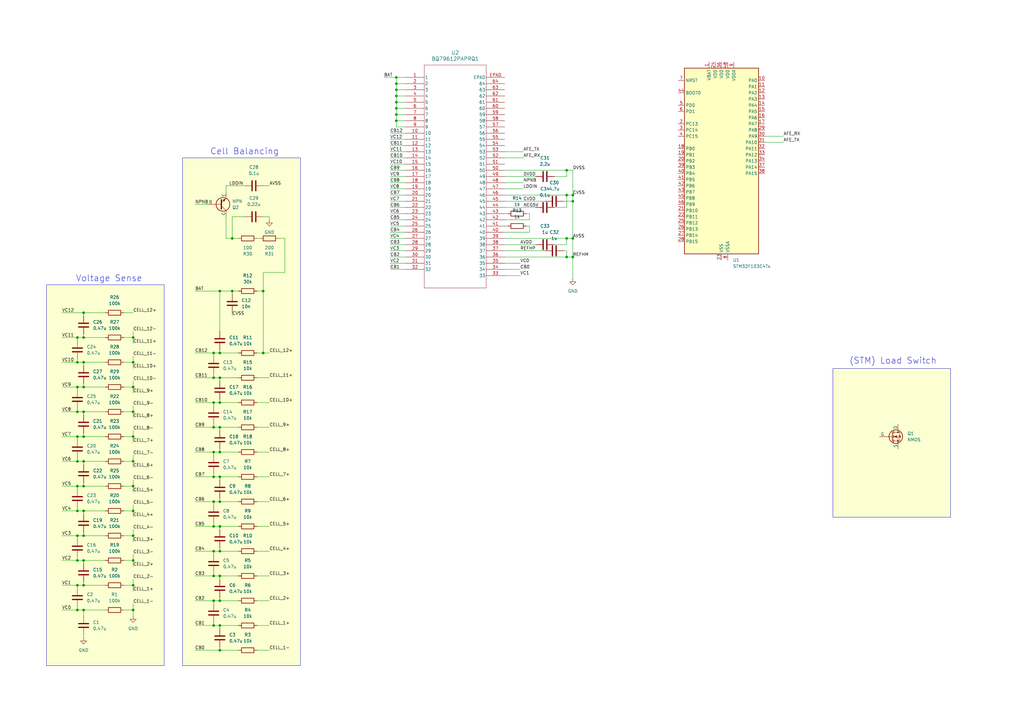
<source format=kicad_sch>
(kicad_sch (version 20250114) (generator "eeschema") (generator_version "9.0")
  (paper "A3")
  (lib_symbols
    (symbol "BQ79612:BQ79612PAPRQ1" (pin_names (offset 0.254))
      (property "Reference" "U" (at 20.32 10.16 0))
      (property "Value" "BQ79612PAPRQ1" (at 20.32 7.62 0))
      (symbol "BQ79612PAPRQ1_0_1"
        (polyline (pts (xy 7.62 5.08) (xy 7.62 -86.36)) (stroke (width 0.127)))
        (polyline (pts (xy 7.62 -86.36) (xy 33.02 -86.36)) (stroke (width 0.127)))
        (polyline (pts (xy 33.02 5.08) (xy 7.62 5.08)) (stroke (width 0.127)))
        (polyline (pts (xy 33.02 -86.36) (xy 33.02 5.08)) (stroke (width 0.127)))
        (pin unspecified line (at 0 0 0) (length 7.62) (name "1") (number "1"))
        (pin unspecified line (at 0 -2.54 0) (length 7.62) (name "2") (number "2"))
        (pin unspecified line (at 0 -5.08 0) (length 7.62) (name "3") (number "3"))
        (pin unspecified line (at 0 -7.62 0) (length 7.62) (name "4") (number "4"))
        (pin unspecified line (at 0 -10.16 0) (length 7.62) (name "5") (number "5"))
        (pin unspecified line (at 0 -12.7 0) (length 7.62) (name "6") (number "6"))
        (pin unspecified line (at 0 -15.24 0) (length 7.62) (name "7") (number "7"))
        (pin unspecified line (at 0 -17.78 0) (length 7.62) (name "8") (number "8"))
        (pin unspecified line (at 0 -20.32 0) (length 7.62) (name "9") (number "9"))
        (pin unspecified line (at 0 -22.86 0) (length 7.62) (name "10") (number "10"))
        (pin unspecified line (at 0 -25.4 0) (length 7.62) (name "11") (number "11"))
        (pin unspecified line (at 0 -27.94 0) (length 7.62) (name "12") (number "12"))
        (pin unspecified line (at 0 -30.48 0) (length 7.62) (name "13") (number "13"))
        (pin unspecified line (at 0 -33.02 0) (length 7.62) (name "14") (number "14"))
        (pin unspecified line (at 0 -35.56 0) (length 7.62) (name "15") (number "15"))
        (pin unspecified line (at 0 -38.1 0) (length 7.62) (name "16") (number "16"))
        (pin unspecified line (at 0 -40.64 0) (length 7.62) (name "17") (number "17"))
        (pin unspecified line (at 0 -43.18 0) (length 7.62) (name "18") (number "18"))
        (pin unspecified line (at 0 -45.72 0) (length 7.62) (name "19") (number "19"))
        (pin unspecified line (at 0 -48.26 0) (length 7.62) (name "20") (number "20"))
        (pin unspecified line (at 0 -50.8 0) (length 7.62) (name "21") (number "21"))
        (pin unspecified line (at 0 -53.34 0) (length 7.62) (name "22") (number "22"))
        (pin unspecified line (at 0 -55.88 0) (length 7.62) (name "23") (number "23"))
        (pin unspecified line (at 0 -58.42 0) (length 7.62) (name "24") (number "24"))
        (pin unspecified line (at 0 -60.96 0) (length 7.62) (name "25") (number "25"))
        (pin unspecified line (at 0 -63.5 0) (length 7.62) (name "26") (number "26"))
        (pin unspecified line (at 0 -66.04 0) (length 7.62) (name "27") (number "27"))
        (pin unspecified line (at 0 -68.58 0) (length 7.62) (name "28") (number "28"))
        (pin unspecified line (at 0 -71.12 0) (length 7.62) (name "29") (number "29"))
        (pin unspecified line (at 0 -73.66 0) (length 7.62) (name "30") (number "30"))
        (pin unspecified line (at 0 -76.2 0) (length 7.62) (name "31") (number "31"))
        (pin unspecified line (at 0 -78.74 0) (length 7.62) (name "32") (number "32"))
        (pin unspecified line (at 40.64 0 180) (length 7.62) (name "EPAD") (number "EPAD"))
        (pin unspecified line (at 40.64 -2.54 180) (length 7.62) (name "64") (number "64"))
        (pin unspecified line (at 40.64 -5.08 180) (length 7.62) (name "63") (number "63"))
        (pin unspecified line (at 40.64 -7.62 180) (length 7.62) (name "62") (number "62"))
        (pin unspecified line (at 40.64 -10.16 180) (length 7.62) (name "61") (number "61"))
        (pin unspecified line (at 40.64 -12.7 180) (length 7.62) (name "60") (number "60"))
        (pin unspecified line (at 40.64 -15.24 180) (length 7.62) (name "59") (number "59"))
        (pin unspecified line (at 40.64 -17.78 180) (length 7.62) (name "58") (number "58"))
        (pin unspecified line (at 40.64 -20.32 180) (length 7.62) (name "57") (number "57"))
        (pin unspecified line (at 40.64 -22.86 180) (length 7.62) (name "56") (number "56"))
        (pin unspecified line (at 40.64 -25.4 180) (length 7.62) (name "55") (number "55"))
        (pin unspecified line (at 40.64 -27.94 180) (length 7.62) (name "54") (number "54"))
        (pin unspecified line (at 40.64 -30.48 180) (length 7.62) (name "53") (number "53"))
        (pin unspecified line (at 40.64 -33.02 180) (length 7.62) (name "52") (number "52"))
        (pin unspecified line (at 40.64 -35.56 180) (length 7.62) (name "51") (number "51"))
        (pin unspecified line (at 40.64 -38.1 180) (length 7.62) (name "50") (number "50"))
        (pin unspecified line (at 40.64 -40.64 180) (length 7.62) (name "49") (number "49"))
        (pin unspecified line (at 40.64 -43.18 180) (length 7.62) (name "48") (number "48"))
        (pin unspecified line (at 40.64 -45.72 180) (length 7.62) (name "47") (number "47"))
        (pin unspecified line (at 40.64 -48.26 180) (length 7.62) (name "46") (number "46"))
        (pin unspecified line (at 40.64 -50.8 180) (length 7.62) (name "45") (number "45"))
        (pin unspecified line (at 40.64 -53.34 180) (length 7.62) (name "44") (number "44"))
        (pin unspecified line (at 40.64 -55.88 180) (length 7.62) (name "43") (number "43"))
        (pin unspecified line (at 40.64 -58.42 180) (length 7.62) (name "42") (number "42"))
        (pin unspecified line (at 40.64 -60.96 180) (length 7.62) (name "41") (number "41"))
        (pin unspecified line (at 40.64 -63.5 180) (length 7.62) (name "40") (number "40"))
        (pin unspecified line (at 40.64 -66.04 180) (length 7.62) (name "39") (number "39"))
        (pin unspecified line (at 40.64 -68.58 180) (length 7.62) (name "38") (number "38"))
        (pin unspecified line (at 40.64 -71.12 180) (length 7.62) (name "37") (number "37"))
        (pin unspecified line (at 40.64 -73.66 180) (length 7.62) (name "36") (number "36"))
        (pin unspecified line (at 40.64 -76.2 180) (length 7.62) (name "35") (number "35"))
        (pin unspecified line (at 40.64 -78.74 180) (length 7.62) (name "34") (number "34"))
        (pin unspecified line (at 40.64 -81.28 180) (length 7.62) (name "33") (number "33"))
      )
    )
    (symbol "Device:C" (pin_numbers (hide yes)) (pin_names (offset 0.254))
      (property "Reference" "C" (at 0.635 2.54 0))
      (property "Value" "C" (at 0.635 -2.54 0))
      (symbol "C_0_1"
        (polyline (pts (xy -2.032 0.762) (xy 2.032 0.762)) (stroke (width 0.508)))
        (polyline (pts (xy -2.032 -0.762) (xy 2.032 -0.762)) (stroke (width 0.508)))
      )
      (symbol "C_1_1"
        (pin passive line (at 0 3.81 270) (length 2.794) (name "~") (number "1"))
        (pin passive line (at 0 -3.81 90) (length 2.794) (name "~") (number "2"))
      )
    )
    (symbol "Device:R" (pin_numbers (hide yes)) (pin_names (offset 0))
      (property "Reference" "R" (at 2.032 0 90))
      (property "Value" "R" (at 0 0 90))
      (symbol "R_0_1"
        (rectangle (start -1.016 -2.54) (end 1.016 2.54) (stroke (width 0.254)))
      )
      (symbol "R_1_1"
        (pin passive line (at 0 3.81 270) (length 1.27) (name "~") (number "1"))
        (pin passive line (at 0 -3.81 90) (length 1.27) (name "~") (number "2"))
      )
    )
    (symbol "MCU_ST_STM32F1:STM32F103C4Tx"
      (property "Reference" "U" (at -15.24 39.37 0))
      (property "Value" "STM32F103C4Tx" (at 7.62 39.37 0))
      (symbol "STM32F103C4Tx_0_1"
        (rectangle (start -15.24 -38.1) (end 15.24 38.1) (stroke (width 0.254)) (fill (type background)))
      )
      (symbol "STM32F103C4Tx_1_1"
        (pin input line (at -17.78 33.02 0) (length 2.54) (name "NRST") (number "7"))
        (pin input line (at -17.78 27.94 0) (length 2.54) (name "BOOT0") (number "44"))
        (pin bidirectional line (at -17.78 22.86 0) (length 2.54) (name "PD0") (number "5"))
        (pin bidirectional line (at -17.78 20.32 0) (length 2.54) (name "PD1") (number "6"))
        (pin bidirectional line (at -17.78 15.24 0) (length 2.54) (name "PC13") (number "2"))
        (pin bidirectional line (at -17.78 12.7 0) (length 2.54) (name "PC14") (number "3"))
        (pin bidirectional line (at -17.78 10.16 0) (length 2.54) (name "PC15") (number "4"))
        (pin bidirectional line (at -17.78 5.08 0) (length 2.54) (name "PB0") (number "18"))
        (pin bidirectional line (at -17.78 2.54 0) (length 2.54) (name "PB1") (number "19"))
        (pin bidirectional line (at -17.78 0 0) (length 2.54) (name "PB2") (number "20"))
        (pin bidirectional line (at -17.78 -2.54 0) (length 2.54) (name "PB3") (number "39"))
        (pin bidirectional line (at -17.78 -5.08 0) (length 2.54) (name "PB4") (number "40"))
        (pin bidirectional line (at -17.78 -7.62 0) (length 2.54) (name "PB5") (number "41"))
        (pin bidirectional line (at -17.78 -10.16 0) (length 2.54) (name "PB6") (number "42"))
        (pin bidirectional line (at -17.78 -12.7 0) (length 2.54) (name "PB7") (number "43"))
        (pin bidirectional line (at -17.78 -15.24 0) (length 2.54) (name "PB8") (number "45"))
        (pin bidirectional line (at -17.78 -17.78 0) (length 2.54) (name "PB9") (number "46"))
        (pin bidirectional line (at -17.78 -20.32 0) (length 2.54) (name "PB10") (number "21"))
        (pin bidirectional line (at -17.78 -22.86 0) (length 2.54) (name "PB11") (number "22"))
        (pin bidirectional line (at -17.78 -25.4 0) (length 2.54) (name "PB12") (number "25"))
        (pin bidirectional line (at -17.78 -27.94 0) (length 2.54) (name "PB13") (number "26"))
        (pin bidirectional line (at -17.78 -30.48 0) (length 2.54) (name "PB14") (number "27"))
        (pin bidirectional line (at -17.78 -33.02 0) (length 2.54) (name "PB15") (number "28"))
        (pin power_in line (at -5.08 40.64 270) (length 2.54) (name "VBAT") (number "1"))
        (pin power_in line (at -2.54 40.64 270) (length 2.54) (name "VDD") (number "24"))
        (pin power_in line (at 0 40.64 270) (length 2.54) (name "VDD") (number "36"))
        (pin power_in line (at 0 -40.64 90) (length 2.54) (name "VSS") (number "23"))
        (pin passive line (at 0 -40.64 90) (length 2.54) (hide yes) (name "VSS") (number "35"))
        (pin passive line (at 0 -40.64 90) (length 2.54) (hide yes) (name "VSS") (number "47"))
        (pin power_in line (at 2.54 40.64 270) (length 2.54) (name "VDD") (number "48"))
        (pin power_in line (at 2.54 -40.64 90) (length 2.54) (name "VSSA") (number "8"))
        (pin power_in line (at 5.08 40.64 270) (length 2.54) (name "VDDA") (number "9"))
        (pin bidirectional line (at 17.78 33.02 180) (length 2.54) (name "PA0") (number "10"))
        (pin bidirectional line (at 17.78 30.48 180) (length 2.54) (name "PA1") (number "11"))
        (pin bidirectional line (at 17.78 27.94 180) (length 2.54) (name "PA2") (number "12"))
        (pin bidirectional line (at 17.78 25.4 180) (length 2.54) (name "PA3") (number "13"))
        (pin bidirectional line (at 17.78 22.86 180) (length 2.54) (name "PA4") (number "14"))
        (pin bidirectional line (at 17.78 20.32 180) (length 2.54) (name "PA5") (number "15"))
        (pin bidirectional line (at 17.78 17.78 180) (length 2.54) (name "PA6") (number "16"))
        (pin bidirectional line (at 17.78 15.24 180) (length 2.54) (name "PA7") (number "17"))
        (pin bidirectional line (at 17.78 12.7 180) (length 2.54) (name "PA8") (number "29"))
        (pin bidirectional line (at 17.78 10.16 180) (length 2.54) (name "PA9") (number "30"))
        (pin bidirectional line (at 17.78 7.62 180) (length 2.54) (name "PA10") (number "31"))
        (pin bidirectional line (at 17.78 5.08 180) (length 2.54) (name "PA11") (number "32"))
        (pin bidirectional line (at 17.78 2.54 180) (length 2.54) (name "PA12") (number "33"))
        (pin bidirectional line (at 17.78 0 180) (length 2.54) (name "PA13") (number "34"))
        (pin bidirectional line (at 17.78 -2.54 180) (length 2.54) (name "PA14") (number "37"))
        (pin bidirectional line (at 17.78 -5.08 180) (length 2.54) (name "PA15") (number "38"))
      )
    )
    (symbol "Simulation_SPICE:NMOS" (pin_numbers (hide yes)) (pin_names (offset 0))
      (property "Reference" "Q" (at 5.08 1.27 0))
      (property "Value" "NMOS" (at 5.08 -1.27 0))
      (symbol "NMOS_0_1"
        (polyline (pts (xy 0.254 1.905) (xy 0.254 -1.905)) (stroke (width 0.254)))
        (polyline (pts (xy 0.254 0) (xy -2.54 0)))
        (polyline (pts (xy 0.762 2.286) (xy 0.762 1.27)) (stroke (width 0.254)))
        (polyline (pts (xy 0.762 0.508) (xy 0.762 -0.508)) (stroke (width 0.254)))
        (polyline (pts (xy 0.762 -1.27) (xy 0.762 -2.286)) (stroke (width 0.254)))
        (polyline (pts (xy 0.762 -1.778) (xy 3.302 -1.778) (xy 3.302 1.778) (xy 0.762 1.778)))
        (polyline (pts (xy 1.016 0) (xy 2.032 0.381) (xy 2.032 -0.381) (xy 1.016 0)) (fill (type outline)))
        (circle (center 1.651 0) (radius 2.794) (stroke (width 0.254)))
        (polyline (pts (xy 2.54 2.54) (xy 2.54 1.778)))
        (circle (center 2.54 1.778) (radius 0.254) (fill (type outline)))
        (circle (center 2.54 -1.778) (radius 0.254) (fill (type outline)))
        (polyline (pts (xy 2.54 -2.54) (xy 2.54 0) (xy 0.762 0)))
        (polyline (pts (xy 2.794 0.508) (xy 2.921 0.381) (xy 3.683 0.381) (xy 3.81 0.254)))
        (polyline (pts (xy 3.302 0.381) (xy 2.921 -0.254) (xy 3.683 -0.254) (xy 3.302 0.381)))
      )
      (symbol "NMOS_1_1"
        (pin input line (at -5.08 0 0) (length 2.54) (name "G") (number "2"))
        (pin passive line (at 2.54 5.08 270) (length 2.54) (name "D") (number "1"))
        (pin passive line (at 2.54 -5.08 90) (length 2.54) (name "S") (number "3"))
      )
    )
    (symbol "Simulation_SPICE:NPN" (pin_numbers (hide yes)) (pin_names (offset 0))
      (property "Reference" "Q" (at -2.54 7.62 0))
      (property "Value" "NPN" (at -2.54 5.08 0))
      (symbol "NPN_0_1"
        (polyline (pts (xy -2.54 0) (xy 0.635 0)) (stroke (width 0.1524)))
        (polyline (pts (xy 0.635 1.905) (xy 0.635 -1.905) (xy 0.635 -1.905)) (stroke (width 0.508)))
        (polyline (pts (xy 0.635 0.635) (xy 2.54 2.54)))
        (polyline (pts (xy 0.635 -0.635) (xy 2.54 -2.54) (xy 2.54 -2.54)))
        (circle (center 1.27 0) (radius 2.8194) (stroke (width 0.254)))
        (polyline (pts (xy 1.27 -1.778) (xy 1.778 -1.27) (xy 2.286 -2.286) (xy 1.27 -1.778) (xy 1.27 -1.778)) (fill (type outline)))
        (polyline (pts (xy 2.794 -1.27) (xy 2.794 -1.27)) (stroke (width 0.1524)))
        (polyline (pts (xy 2.794 -1.27) (xy 2.794 -1.27)) (stroke (width 0.1524)))
      )
      (symbol "NPN_1_1"
        (pin input line (at -5.08 0 0) (length 2.54) (name "B") (number "2"))
        (pin open_collector line (at 2.54 5.08 270) (length 2.54) (name "C") (number "1"))
        (pin open_emitter line (at 2.54 -5.08 90) (length 2.54) (name "E") (number "3"))
      )
    )
    (symbol "power:GND" (power) (pin_numbers (hide yes)) (pin_names (offset 0) (hide yes))
      (property "Value" "GND" (at 0 -3.81 0))
      (symbol "GND_0_1"
        (polyline (pts (xy 0 0) (xy 0 -1.27) (xy 1.27 -1.27) (xy 0 -2.54) (xy -1.27 -1.27) (xy 0 -1.27)))
      )
      (symbol "GND_1_1"
        (pin power_in line (at 0 0 270) (length 0) (name "~") (number "1"))
      )
    )
  )
  (rectangle (start 341.63 151.13) (end 389.89 212.09) (fill (type color) (color 252 255 209 1)))
  (rectangle (start 74.93 64.77) (end 123.19 273.05) (fill (type color) (color 252 255 209 1)))
  (rectangle (start 43.18 111.76) (end 43.18 111.76) (fill (type color) (color 255 249 164 1)))
  (rectangle (start 19.05 116.84) (end 67.31 273.05) (fill (type color) (color 252 255 209 1)))
  (text "Voltage Sense\n" (at 44.704 114.3 0) (effects (font (size 2.54 2.54))))
  (text "(STM) Load Switch" (at 366.268 148.082 0) (effects (font (size 2.54 2.54))))
  (text "Cell Balancing" (at 100.33 62.23 0) (effects (font (size 2.54 2.54))))
  (junction (at 34.29 240.03))
  (junction (at 232.41 97.79))
  (junction (at 90.17 226.06))
  (junction (at 87.63 165.1))
  (junction (at 87.63 175.26))
  (junction (at 34.29 179.07))
  (junction (at 31.75 179.07))
  (junction (at 34.29 128.27))
  (junction (at 232.41 69.85))
  (junction (at 54.61 219.71))
  (junction (at 34.29 219.71))
  (junction (at 54.61 209.55))
  (junction (at 31.75 189.23))
  (junction (at 90.17 246.38))
  (junction (at 234.95 105.41))
  (junction (at 107.95 119.38))
  (junction (at 34.29 209.55))
  (junction (at 90.17 236.22))
  (junction (at 90.17 256.54))
  (junction (at 54.61 148.59))
  (junction (at 31.75 209.55))
  (junction (at 90.17 144.78))
  (junction (at 234.95 97.79))
  (junction (at 232.41 105.41))
  (junction (at 162.56 46.99))
  (junction (at 90.17 175.26))
  (junction (at 31.75 199.39))
  (junction (at 31.75 148.59))
  (junction (at 31.75 250.19))
  (junction (at 54.61 158.75))
  (junction (at 31.75 219.71))
  (junction (at 90.17 195.58))
  (junction (at 90.17 266.7))
  (junction (at 31.75 158.75))
  (junction (at 234.95 82.55))
  (junction (at 54.61 240.03))
  (junction (at 54.61 199.39))
  (junction (at 95.25 97.79))
  (junction (at 34.29 229.87))
  (junction (at 34.29 138.43))
  (junction (at 87.63 205.74))
  (junction (at 87.63 236.22))
  (junction (at 31.75 138.43))
  (junction (at 87.63 185.42))
  (junction (at 162.56 36.83))
  (junction (at 54.61 229.87))
  (junction (at 87.63 256.54))
  (junction (at 162.56 49.53))
  (junction (at 162.56 44.45))
  (junction (at 107.95 144.78))
  (junction (at 234.95 80.01))
  (junction (at 34.29 168.91))
  (junction (at 54.61 250.19))
  (junction (at 34.29 189.23))
  (junction (at 31.75 240.03))
  (junction (at 162.56 34.29))
  (junction (at 54.61 189.23))
  (junction (at 54.61 168.91))
  (junction (at 34.29 148.59))
  (junction (at 90.17 154.94))
  (junction (at 34.29 158.75))
  (junction (at 31.75 229.87))
  (junction (at 90.17 215.9))
  (junction (at 232.41 80.01))
  (junction (at 95.25 119.38))
  (junction (at 87.63 246.38))
  (junction (at 162.56 39.37))
  (junction (at 90.17 119.38))
  (junction (at 34.29 250.19))
  (junction (at 31.75 168.91))
  (junction (at 54.61 138.43))
  (junction (at 90.17 185.42))
  (junction (at 90.17 165.1))
  (junction (at 87.63 215.9))
  (junction (at 162.56 41.91))
  (junction (at 162.56 31.75))
  (junction (at 34.29 199.39))
  (junction (at 87.63 144.78))
  (junction (at 54.61 179.07))
  (junction (at 87.63 154.94))
  (junction (at 87.63 195.58))
  (junction (at 90.17 205.74))
  (junction (at 87.63 226.06))
  (wire (pts (xy 107.95 144.78) (xy 107.95 119.38)))
  (wire (pts (xy 87.63 165.1) (xy 87.63 166.37)))
  (wire (pts (xy 162.56 34.29) (xy 166.37 34.29)))
  (wire (pts (xy 90.17 256.54) (xy 90.17 257.81)))
  (wire (pts (xy 166.37 52.07) (xy 162.56 52.07)))
  (wire (pts (xy 25.4 209.55) (xy 31.75 209.55)))
  (wire (pts (xy 80.01 246.38) (xy 87.63 246.38)))
  (wire (pts (xy 31.75 138.43) (xy 34.29 138.43)))
  (wire (pts (xy 157.48 31.75) (xy 162.56 31.75)))
  (wire (pts (xy 25.4 229.87) (xy 31.75 229.87)))
  (wire (pts (xy 162.56 36.83) (xy 162.56 39.37)))
  (wire (pts (xy 90.17 236.22) (xy 97.79 236.22)))
  (wire (pts (xy 34.29 148.59) (xy 43.18 148.59)))
  (wire (pts (xy 50.8 250.19) (xy 54.61 250.19)))
  (wire (pts (xy 80.01 165.1) (xy 87.63 165.1)))
  (wire (pts (xy 25.4 189.23) (xy 31.75 189.23)))
  (wire (pts (xy 31.75 147.32) (xy 31.75 148.59)))
  (wire (pts (xy 50.8 199.39) (xy 54.61 199.39)))
  (wire (pts (xy 162.56 39.37) (xy 166.37 39.37)))
  (wire (pts (xy 232.41 100.33) (xy 232.41 97.79)))
  (wire (pts (xy 207.01 64.77) (xy 214.63 64.77)))
  (wire (pts (xy 234.95 80.01) (xy 234.95 82.55)))
  (wire (pts (xy 31.75 219.71) (xy 31.75 220.98)))
  (wire (pts (xy 54.61 156.21) (xy 54.61 158.75)))
  (wire (pts (xy 207.01 77.47) (xy 214.63 77.47)))
  (wire (pts (xy 31.75 168.91) (xy 34.29 168.91)))
  (wire (pts (xy 34.29 158.75) (xy 43.18 158.75)))
  (wire (pts (xy 105.41 154.94) (xy 110.49 154.94)))
  (wire (pts (xy 95.25 97.79) (xy 97.79 97.79)))
  (wire (pts (xy 232.41 80.01) (xy 232.41 85.09)))
  (wire (pts (xy 34.29 137.16) (xy 34.29 138.43)))
  (wire (pts (xy 34.29 189.23) (xy 34.29 190.5)))
  (wire (pts (xy 160.02 54.61) (xy 166.37 54.61)))
  (wire (pts (xy 105.41 226.06) (xy 110.49 226.06)))
  (wire (pts (xy 34.29 148.59) (xy 34.29 149.86)))
  (wire (pts (xy 25.4 240.03) (xy 31.75 240.03)))
  (wire (pts (xy 160.02 72.39) (xy 166.37 72.39)))
  (wire (pts (xy 116.84 111.76) (xy 107.95 111.76)))
  (wire (pts (xy 31.75 209.55) (xy 34.29 209.55)))
  (wire (pts (xy 34.29 229.87) (xy 43.18 229.87)))
  (wire (pts (xy 90.17 224.79) (xy 90.17 226.06)))
  (wire (pts (xy 31.75 228.6) (xy 31.75 229.87)))
  (wire (pts (xy 160.02 97.79) (xy 166.37 97.79)))
  (wire (pts (xy 90.17 143.51) (xy 90.17 144.78)))
  (wire (pts (xy 54.61 158.75) (xy 54.61 161.29)))
  (wire (pts (xy 232.41 80.01) (xy 234.95 80.01)))
  (wire (pts (xy 215.9 92.71) (xy 217.17 92.71)))
  (wire (pts (xy 31.75 179.07) (xy 34.29 179.07)))
  (wire (pts (xy 31.75 138.43) (xy 31.75 139.7)))
  (wire (pts (xy 31.75 199.39) (xy 31.75 200.66)))
  (wire (pts (xy 87.63 153.67) (xy 87.63 154.94)))
  (wire (pts (xy 107.95 88.9) (xy 110.49 88.9)))
  (wire (pts (xy 54.61 199.39) (xy 54.61 201.93)))
  (wire (pts (xy 31.75 148.59) (xy 34.29 148.59)))
  (wire (pts (xy 160.02 69.85) (xy 166.37 69.85)))
  (wire (pts (xy 90.17 154.94) (xy 90.17 156.21)))
  (wire (pts (xy 90.17 226.06) (xy 97.79 226.06)))
  (wire (pts (xy 160.02 67.31) (xy 166.37 67.31)))
  (wire (pts (xy 80.01 215.9) (xy 87.63 215.9)))
  (wire (pts (xy 162.56 49.53) (xy 166.37 49.53)))
  (wire (pts (xy 207.01 92.71) (xy 208.28 92.71)))
  (wire (pts (xy 87.63 144.78) (xy 90.17 144.78)))
  (wire (pts (xy 207.01 105.41) (xy 232.41 105.41)))
  (wire (pts (xy 90.17 144.78) (xy 97.79 144.78)))
  (wire (pts (xy 95.25 128.27) (xy 95.25 129.54)))
  (wire (pts (xy 25.4 148.59) (xy 31.75 148.59)))
  (wire (pts (xy 80.01 226.06) (xy 87.63 226.06)))
  (wire (pts (xy 54.61 179.07) (xy 54.61 181.61)))
  (wire (pts (xy 90.17 119.38) (xy 95.25 119.38)))
  (wire (pts (xy 160.02 64.77) (xy 166.37 64.77)))
  (wire (pts (xy 162.56 36.83) (xy 166.37 36.83)))
  (wire (pts (xy 160.02 57.15) (xy 166.37 57.15)))
  (wire (pts (xy 105.41 185.42) (xy 110.49 185.42)))
  (wire (pts (xy 34.29 218.44) (xy 34.29 219.71)))
  (wire (pts (xy 95.25 88.9) (xy 100.33 88.9)))
  (wire (pts (xy 54.61 219.71) (xy 54.61 222.25)))
  (wire (pts (xy 92.71 76.2) (xy 100.33 76.2)))
  (wire (pts (xy 87.63 154.94) (xy 90.17 154.94)))
  (wire (pts (xy 160.02 85.09) (xy 166.37 85.09)))
  (wire (pts (xy 54.61 227.33) (xy 54.61 229.87)))
  (wire (pts (xy 227.33 100.33) (xy 232.41 100.33)))
  (wire (pts (xy 90.17 256.54) (xy 97.79 256.54)))
  (wire (pts (xy 80.01 195.58) (xy 87.63 195.58)))
  (wire (pts (xy 54.61 146.05) (xy 54.61 148.59)))
  (wire (pts (xy 87.63 246.38) (xy 90.17 246.38)))
  (wire (pts (xy 25.4 158.75) (xy 31.75 158.75)))
  (wire (pts (xy 90.17 163.83) (xy 90.17 165.1)))
  (wire (pts (xy 34.29 260.35) (xy 34.29 261.62)))
  (wire (pts (xy 34.29 138.43) (xy 43.18 138.43)))
  (wire (pts (xy 90.17 175.26) (xy 97.79 175.26)))
  (wire (pts (xy 105.41 256.54) (xy 110.49 256.54)))
  (wire (pts (xy 80.01 175.26) (xy 87.63 175.26)))
  (wire (pts (xy 54.61 207.01) (xy 54.61 209.55)))
  (wire (pts (xy 54.61 250.19) (xy 54.61 252.73)))
  (wire (pts (xy 162.56 31.75) (xy 162.56 34.29)))
  (wire (pts (xy 31.75 248.92) (xy 31.75 250.19)))
  (wire (pts (xy 34.29 168.91) (xy 43.18 168.91)))
  (wire (pts (xy 90.17 119.38) (xy 90.17 135.89)))
  (wire (pts (xy 95.25 97.79) (xy 95.25 88.9)))
  (wire (pts (xy 50.8 148.59) (xy 54.61 148.59)))
  (wire (pts (xy 80.01 236.22) (xy 87.63 236.22)))
  (wire (pts (xy 54.61 209.55) (xy 54.61 212.09)))
  (wire (pts (xy 105.41 236.22) (xy 110.49 236.22)))
  (wire (pts (xy 105.41 97.79) (xy 106.68 97.79)))
  (wire (pts (xy 207.01 107.95) (xy 213.36 107.95)))
  (wire (pts (xy 232.41 102.87) (xy 232.41 105.41)))
  (wire (pts (xy 50.8 219.71) (xy 54.61 219.71)))
  (wire (pts (xy 105.41 175.26) (xy 110.49 175.26)))
  (wire (pts (xy 232.41 105.41) (xy 234.95 105.41)))
  (wire (pts (xy 80.01 266.7) (xy 90.17 266.7)))
  (wire (pts (xy 90.17 175.26) (xy 90.17 176.53)))
  (wire (pts (xy 207.01 100.33) (xy 219.71 100.33)))
  (wire (pts (xy 160.02 90.17) (xy 166.37 90.17)))
  (wire (pts (xy 34.29 198.12) (xy 34.29 199.39)))
  (wire (pts (xy 217.17 90.17) (xy 217.17 87.63)))
  (wire (pts (xy 34.29 209.55) (xy 43.18 209.55)))
  (wire (pts (xy 90.17 246.38) (xy 97.79 246.38)))
  (wire (pts (xy 92.71 97.79) (xy 95.25 97.79)))
  (wire (pts (xy 116.84 97.79) (xy 116.84 111.76)))
  (wire (pts (xy 31.75 189.23) (xy 34.29 189.23)))
  (wire (pts (xy 90.17 185.42) (xy 97.79 185.42)))
  (wire (pts (xy 54.61 217.17) (xy 54.61 219.71)))
  (wire (pts (xy 95.25 119.38) (xy 97.79 119.38)))
  (wire (pts (xy 90.17 215.9) (xy 90.17 217.17)))
  (wire (pts (xy 87.63 173.99) (xy 87.63 175.26)))
  (wire (pts (xy 160.02 77.47) (xy 166.37 77.47)))
  (wire (pts (xy 31.75 229.87) (xy 34.29 229.87)))
  (wire (pts (xy 31.75 158.75) (xy 34.29 158.75)))
  (wire (pts (xy 50.8 240.03) (xy 54.61 240.03)))
  (wire (pts (xy 31.75 240.03) (xy 34.29 240.03)))
  (wire (pts (xy 160.02 105.41) (xy 166.37 105.41)))
  (wire (pts (xy 54.61 247.65) (xy 54.61 250.19)))
  (wire (pts (xy 34.29 250.19) (xy 34.29 252.73)))
  (wire (pts (xy 90.17 204.47) (xy 90.17 205.74)))
  (wire (pts (xy 50.8 229.87) (xy 54.61 229.87)))
  (wire (pts (xy 207.01 102.87) (xy 223.52 102.87)))
  (wire (pts (xy 54.61 138.43) (xy 54.61 140.97)))
  (wire (pts (xy 87.63 144.78) (xy 87.63 146.05)))
  (wire (pts (xy 90.17 205.74) (xy 97.79 205.74)))
  (wire (pts (xy 160.02 100.33) (xy 166.37 100.33)))
  (wire (pts (xy 207.01 87.63) (xy 208.28 87.63)))
  (wire (pts (xy 162.56 44.45) (xy 166.37 44.45)))
  (wire (pts (xy 162.56 49.53) (xy 162.56 52.07)))
  (wire (pts (xy 87.63 185.42) (xy 90.17 185.42)))
  (wire (pts (xy 107.95 144.78) (xy 110.49 144.78)))
  (wire (pts (xy 90.17 165.1) (xy 97.79 165.1)))
  (wire (pts (xy 105.41 215.9) (xy 110.49 215.9)))
  (wire (pts (xy 50.8 179.07) (xy 54.61 179.07)))
  (wire (pts (xy 80.01 256.54) (xy 87.63 256.54)))
  (wire (pts (xy 50.8 189.23) (xy 54.61 189.23)))
  (wire (pts (xy 162.56 34.29) (xy 162.56 36.83)))
  (wire (pts (xy 31.75 179.07) (xy 31.75 180.34)))
  (wire (pts (xy 92.71 88.9) (xy 92.71 97.79)))
  (wire (pts (xy 80.01 119.38) (xy 90.17 119.38)))
  (wire (pts (xy 25.4 219.71) (xy 31.75 219.71)))
  (wire (pts (xy 80.01 185.42) (xy 87.63 185.42)))
  (wire (pts (xy 34.29 128.27) (xy 34.29 129.54)))
  (wire (pts (xy 34.29 179.07) (xy 43.18 179.07)))
  (wire (pts (xy 234.95 82.55) (xy 234.95 97.79)))
  (wire (pts (xy 160.02 74.93) (xy 166.37 74.93)))
  (wire (pts (xy 105.41 119.38) (xy 107.95 119.38)))
  (wire (pts (xy 54.61 237.49) (xy 54.61 240.03)))
  (wire (pts (xy 54.61 166.37) (xy 54.61 168.91)))
  (wire (pts (xy 162.56 46.99) (xy 166.37 46.99)))
  (wire (pts (xy 34.29 157.48) (xy 34.29 158.75)))
  (wire (pts (xy 207.01 110.49) (xy 213.36 110.49)))
  (wire (pts (xy 313.69 58.42) (xy 321.31 58.42)))
  (wire (pts (xy 50.8 138.43) (xy 54.61 138.43)))
  (wire (pts (xy 54.61 240.03) (xy 54.61 242.57)))
  (wire (pts (xy 90.17 215.9) (xy 97.79 215.9)))
  (wire (pts (xy 160.02 80.01) (xy 166.37 80.01)))
  (wire (pts (xy 34.29 209.55) (xy 34.29 210.82)))
  (wire (pts (xy 207.01 80.01) (xy 232.41 80.01)))
  (wire (pts (xy 54.61 186.69) (xy 54.61 189.23)))
  (wire (pts (xy 31.75 250.19) (xy 34.29 250.19)))
  (wire (pts (xy 105.41 144.78) (xy 107.95 144.78)))
  (wire (pts (xy 34.29 199.39) (xy 43.18 199.39)))
  (wire (pts (xy 87.63 226.06) (xy 87.63 227.33)))
  (wire (pts (xy 50.8 209.55) (xy 54.61 209.55)))
  (wire (pts (xy 313.69 55.88) (xy 321.31 55.88)))
  (wire (pts (xy 105.41 165.1) (xy 110.49 165.1)))
  (wire (pts (xy 217.17 95.25) (xy 217.17 92.71)))
  (wire (pts (xy 207.01 97.79) (xy 232.41 97.79)))
  (wire (pts (xy 87.63 175.26) (xy 90.17 175.26)))
  (wire (pts (xy 87.63 226.06) (xy 90.17 226.06)))
  (wire (pts (xy 80.01 144.78) (xy 87.63 144.78)))
  (wire (pts (xy 31.75 219.71) (xy 34.29 219.71)))
  (wire (pts (xy 160.02 95.25) (xy 166.37 95.25)))
  (wire (pts (xy 87.63 255.27) (xy 87.63 256.54)))
  (wire (pts (xy 160.02 110.49) (xy 166.37 110.49)))
  (wire (pts (xy 34.29 128.27) (xy 43.18 128.27)))
  (wire (pts (xy 87.63 205.74) (xy 90.17 205.74)))
  (wire (pts (xy 80.01 205.74) (xy 87.63 205.74)))
  (wire (pts (xy 90.17 195.58) (xy 97.79 195.58)))
  (wire (pts (xy 34.29 240.03) (xy 43.18 240.03)))
  (wire (pts (xy 87.63 185.42) (xy 87.63 186.69)))
  (wire (pts (xy 54.61 229.87) (xy 54.61 232.41)))
  (wire (pts (xy 232.41 72.39) (xy 232.41 69.85)))
  (wire (pts (xy 207.01 82.55) (xy 223.52 82.55)))
  (wire (pts (xy 25.4 128.27) (xy 34.29 128.27)))
  (wire (pts (xy 114.3 97.79) (xy 116.84 97.79)))
  (wire (pts (xy 50.8 158.75) (xy 54.61 158.75)))
  (wire (pts (xy 160.02 59.69) (xy 166.37 59.69)))
  (wire (pts (xy 34.29 219.71) (xy 43.18 219.71)))
  (wire (pts (xy 31.75 167.64) (xy 31.75 168.91)))
  (wire (pts (xy 34.29 238.76) (xy 34.29 240.03)))
  (wire (pts (xy 87.63 234.95) (xy 87.63 236.22)))
  (wire (pts (xy 50.8 168.91) (xy 54.61 168.91)))
  (wire (pts (xy 107.95 76.2) (xy 110.49 76.2)))
  (wire (pts (xy 34.29 189.23) (xy 43.18 189.23)))
  (wire (pts (xy 31.75 199.39) (xy 34.29 199.39)))
  (wire (pts (xy 54.61 148.59) (xy 54.61 151.13)))
  (wire (pts (xy 90.17 245.11) (xy 90.17 246.38)))
  (wire (pts (xy 25.4 179.07) (xy 31.75 179.07)))
  (wire (pts (xy 234.95 97.79) (xy 234.95 105.41)))
  (wire (pts (xy 34.29 229.87) (xy 34.29 231.14)))
  (wire (pts (xy 54.61 196.85) (xy 54.61 199.39)))
  (wire (pts (xy 160.02 62.23) (xy 166.37 62.23)))
  (wire (pts (xy 31.75 158.75) (xy 31.75 160.02)))
  (wire (pts (xy 162.56 46.99) (xy 162.56 49.53)))
  (wire (pts (xy 92.71 78.74) (xy 92.71 76.2)))
  (wire (pts (xy 50.8 128.27) (xy 54.61 128.27)))
  (wire (pts (xy 234.95 69.85) (xy 234.95 80.01)))
  (wire (pts (xy 160.02 87.63) (xy 166.37 87.63)))
  (wire (pts (xy 160.02 107.95) (xy 166.37 107.95)))
  (wire (pts (xy 54.61 189.23) (xy 54.61 191.77)))
  (wire (pts (xy 162.56 39.37) (xy 162.56 41.91)))
  (wire (pts (xy 227.33 85.09) (xy 232.41 85.09)))
  (wire (pts (xy 80.01 83.82) (xy 85.09 83.82)))
  (wire (pts (xy 90.17 236.22) (xy 90.17 237.49)))
  (wire (pts (xy 87.63 194.31) (xy 87.63 195.58)))
  (wire (pts (xy 232.41 97.79) (xy 234.95 97.79)))
  (wire (pts (xy 162.56 41.91) (xy 162.56 44.45)))
  (wire (pts (xy 90.17 195.58) (xy 90.17 196.85)))
  (wire (pts (xy 90.17 154.94) (xy 97.79 154.94)))
  (wire (pts (xy 34.29 250.19) (xy 43.18 250.19)))
  (wire (pts (xy 31.75 187.96) (xy 31.75 189.23)))
  (wire (pts (xy 231.14 82.55) (xy 234.95 82.55)))
  (wire (pts (xy 34.29 177.8) (xy 34.29 179.07)))
  (wire (pts (xy 105.41 266.7) (xy 110.49 266.7)))
  (wire (pts (xy 31.75 208.28) (xy 31.75 209.55)))
  (wire (pts (xy 231.14 102.87) (xy 232.41 102.87)))
  (wire (pts (xy 87.63 195.58) (xy 90.17 195.58)))
  (wire (pts (xy 87.63 246.38) (xy 87.63 247.65)))
  (wire (pts (xy 87.63 256.54) (xy 90.17 256.54)))
  (wire (pts (xy 25.4 199.39) (xy 31.75 199.39)))
  (wire (pts (xy 54.61 168.91) (xy 54.61 171.45)))
  (wire (pts (xy 25.4 138.43) (xy 31.75 138.43)))
  (wire (pts (xy 207.01 69.85) (xy 232.41 69.85)))
  (wire (pts (xy 105.41 205.74) (xy 110.49 205.74)))
  (wire (pts (xy 227.33 72.39) (xy 232.41 72.39)))
  (wire (pts (xy 25.4 250.19) (xy 31.75 250.19)))
  (wire (pts (xy 207.01 90.17) (xy 217.17 90.17)))
  (wire (pts (xy 207.01 62.23) (xy 214.63 62.23)))
  (wire (pts (xy 87.63 236.22) (xy 90.17 236.22)))
  (wire (pts (xy 234.95 105.41) (xy 234.95 114.3)))
  (wire (pts (xy 207.01 72.39) (xy 219.71 72.39)))
  (wire (pts (xy 87.63 215.9) (xy 90.17 215.9)))
  (wire (pts (xy 25.4 168.91) (xy 31.75 168.91)))
  (wire (pts (xy 162.56 31.75) (xy 166.37 31.75)))
  (wire (pts (xy 87.63 214.63) (xy 87.63 215.9)))
  (wire (pts (xy 34.29 168.91) (xy 34.29 170.18)))
  (wire (pts (xy 207.01 74.93) (xy 214.63 74.93)))
  (wire (pts (xy 90.17 184.15) (xy 90.17 185.42)))
  (wire (pts (xy 54.61 176.53) (xy 54.61 179.07)))
  (wire (pts (xy 162.56 44.45) (xy 162.56 46.99)))
  (wire (pts (xy 160.02 92.71) (xy 166.37 92.71)))
  (wire (pts (xy 162.56 41.91) (xy 166.37 41.91)))
  (wire (pts (xy 215.9 87.63) (xy 217.17 87.63)))
  (wire (pts (xy 105.41 246.38) (xy 110.49 246.38)))
  (wire (pts (xy 107.95 111.76) (xy 107.95 119.38)))
  (wire (pts (xy 54.61 135.89) (xy 54.61 138.43)))
  (wire (pts (xy 90.17 265.43) (xy 90.17 266.7)))
  (wire (pts (xy 90.17 266.7) (xy 97.79 266.7)))
  (wire (pts (xy 207.01 85.09) (xy 219.71 85.09)))
  (wire (pts (xy 160.02 82.55) (xy 166.37 82.55)))
  (wire (pts (xy 80.01 154.94) (xy 87.63 154.94)))
  (wire (pts (xy 232.41 69.85) (xy 234.95 69.85)))
  (wire (pts (xy 207.01 95.25) (xy 217.17 95.25)))
  (wire (pts (xy 87.63 205.74) (xy 87.63 207.01)))
  (wire (pts (xy 31.75 240.03) (xy 31.75 241.3)))
  (wire (pts (xy 110.49 88.9) (xy 110.49 90.17)))
  (wire (pts (xy 105.41 195.58) (xy 110.49 195.58)))
  (wire (pts (xy 87.63 165.1) (xy 90.17 165.1)))
  (wire (pts (xy 95.25 119.38) (xy 95.25 120.65)))
  (wire (pts (xy 207.01 113.03) (xy 213.36 113.03)))
  (wire (pts (xy 160.02 102.87) (xy 166.37 102.87)))
  (label "VC12" (at 160.02 57.15 0))
  (label "CELL_4+" (at 110.49 226.06 0))
  (label "CB9" (at 80.01 175.26 0))
  (label "VC4" (at 25.4 209.55 0))
  (label "CB12" (at 80.01 144.78 0))
  (label "CB7" (at 160.02 80.01 0))
  (label "CELL_9+" (at 54.61 161.29 0))
  (label "VC1" (at 213.36 113.03 0))
  (label "CELL_2+" (at 110.49 246.38 0))
  (label "CB0" (at 80.01 266.7 0))
  (label "CB1" (at 160.02 110.49 0))
  (label "VC1" (at 25.4 240.03 0))
  (label "NPNB" (at 80.01 83.82 0))
  (label "CB2" (at 160.02 105.41 0))
  (label "CELL_8+" (at 110.49 185.42 0))
  (label "VC4" (at 160.02 97.79 0))
  (label "CVSS" (at 234.95 80.01 0))
  (label "CB11" (at 80.01 154.94 0))
  (label "VC5" (at 160.02 92.71 0))
  (label "VC12" (at 25.4 128.27 0))
  (label "CELL_6-" (at 54.61 196.85 0))
  (label "REFHM" (at 234.95 105.41 0))
  (label "AVDD" (at 213.36 100.33 0))
  (label "VC11" (at 160.02 62.23 0))
  (label "CELL_12+" (at 110.49 144.78 0))
  (label "BAT" (at 157.48 31.75 0))
  (label "CELL_1+" (at 54.61 242.57 0))
  (label "CELL_4-" (at 54.61 217.17 0))
  (label "VC6" (at 25.4 189.23 0))
  (label "CB1" (at 80.01 256.54 0))
  (label "CELL_12+" (at 54.61 128.27 0))
  (label "AFE_RX" (at 214.63 64.77 0))
  (label "LDOIN" (at 93.98 76.2 0))
  (label "CB11" (at 160.02 59.69 0))
  (label "VC9" (at 160.02 72.39 0))
  (label "CB10" (at 160.02 64.77 0))
  (label "VC0" (at 25.4 250.19 0))
  (label "CELL_9+" (at 110.49 175.26 0))
  (label "CELL_10-" (at 54.61 156.21 0))
  (label "CVSS" (at 95.25 129.54 0))
  (label "CELL_2+" (at 54.61 232.41 0))
  (label "CB7" (at 80.01 195.58 0))
  (label "VC2" (at 25.4 229.87 0))
  (label "CB3" (at 160.02 100.33 0))
  (label "CB3" (at 80.01 236.22 0))
  (label "NEG5V" (at 214.63 85.09 0))
  (label "NPNB" (at 214.63 74.93 0))
  (label "CB12" (at 160.02 54.61 0))
  (label "CELL_5+" (at 110.49 215.9 0))
  (label "AFE_RX" (at 321.31 55.88 0))
  (label "CELL_7+" (at 54.61 181.61 0))
  (label "CELL_11+" (at 54.61 140.97 0))
  (label "CB4" (at 80.01 226.06 0))
  (label "VC5" (at 25.4 199.39 0))
  (label "DVSS" (at 234.95 69.85 0))
  (label "CB6" (at 160.02 85.09 0))
  (label "CELL_7+" (at 110.49 195.58 0))
  (label "CELL_5+" (at 54.61 201.93 0))
  (label "REFHP" (at 213.36 102.87 0))
  (label "CB6" (at 80.01 205.74 0))
  (label "VC3" (at 25.4 219.71 0))
  (label "CELL_1+" (at 110.49 256.54 0))
  (label "BAT" (at 80.01 119.38 0))
  (label "CELL_2-" (at 54.61 237.49 0))
  (label "AFE_TX" (at 321.31 58.42 0))
  (label "CELL_11+" (at 110.49 154.94 0))
  (label "CELL_3-" (at 54.61 227.33 0))
  (label "CELL_7-" (at 54.61 186.69 0))
  (label "VC0" (at 213.36 107.95 0))
  (label "AFE_TX" (at 214.63 62.23 0))
  (label "CELL_6+" (at 54.61 191.77 0))
  (label "CB9" (at 160.02 69.85 0))
  (label "AVSS" (at 234.95 97.79 0))
  (label "AVSS" (at 110.49 76.2 0))
  (label "CVDD" (at 214.63 82.55 0))
  (label "CB2" (at 80.01 246.38 0))
  (label "VC7" (at 160.02 82.55 0))
  (label "VC7" (at 25.4 179.07 0))
  (label "VC8" (at 25.4 168.91 0))
  (label "CB8" (at 80.01 185.42 0))
  (label "CELL_1-" (at 54.61 247.65 0))
  (label "CELL_10+" (at 110.49 165.1 0))
  (label "CB5" (at 80.01 215.9 0))
  (label "CELL_1-" (at 110.49 266.7 0))
  (label "VC3" (at 160.02 102.87 0))
  (label "CELL_5-" (at 54.61 207.01 0))
  (label "CELL_6+" (at 110.49 205.74 0))
  (label "VC9" (at 25.4 158.75 0))
  (label "CELL_3+" (at 54.61 222.25 0))
  (label "CB10" (at 80.01 165.1 0))
  (label "VC8" (at 160.02 77.47 0))
  (label "CELL_8+" (at 54.61 171.45 0))
  (label "CELL_11-" (at 54.61 146.05 0))
  (label "CELL_12-" (at 54.61 135.89 0))
  (label "VC10" (at 160.02 67.31 0))
  (label "CELL_4+" (at 54.61 212.09 0))
  (label "CB0" (at 213.36 110.49 0))
  (label "CELL_9-" (at 54.61 166.37 0))
  (label "CELL_8-" (at 54.61 176.53 0))
  (label "VC10" (at 25.4 148.59 0))
  (label "CB8" (at 160.02 74.93 0))
  (label "VC2" (at 160.02 107.95 0))
  (label "VC11" (at 25.4 138.43 0))
  (label "DVDD" (at 214.63 72.39 0))
  (label "LDOIN" (at 214.63 77.47 0))
  (label "VC6" (at 160.02 87.63 0))
  (label "CB5" (at 160.02 90.17 0))
  (label "CELL_10+" (at 54.61 151.13 0))
  (label "CELL_3+" (at 110.49 236.22 0))
  (label "CB4" (at 160.02 95.25 0))
  (symbol (lib_id "Device:R") (at 101.6 97.79 90) (mirror x) (unit 1)
    (property "Reference" "R30" (at 101.6 104.14 90))
    (property "Value" "100" (at 101.6 101.6 90))
    (property "Description" "Resistor" (effects (hide yes)))
  )
  (symbol (lib_id "Device:R") (at 46.99 250.19 90) (unit 1)
    (property "Reference" "R1" (at 46.99 243.84 90))
    (property "Value" "100k" (at 46.99 246.38 90))
    (property "Description" "Resistor" (effects (hide yes)))
  )
  (symbol (lib_id "Device:C") (at 31.75 163.83 0) (unit 1)
    (property "Reference" "C25" (at 35.56 162.5599 0) (effects (justify left)))
    (property "Value" "0.47u" (at 35.56 165.0999 0) (effects (justify left)))
    (property "Description" "Unpolarized capacitor" (effects (hide yes)))
  )
  (symbol (lib_id "Device:C") (at 90.17 241.3 0) (unit 1)
    (property "Reference" "C6" (at 93.98 240.0299 0) (effects (justify left)))
    (property "Value" "0.47u" (at 93.98 242.5699 0) (effects (justify left)))
    (property "Description" "Unpolarized capacitor" (effects (hide yes)))
  )
  (symbol (lib_id "Device:R") (at 46.99 148.59 90) (unit 1)
    (property "Reference" "R28" (at 46.99 142.24 90))
    (property "Value" "100k" (at 46.99 144.78 90))
    (property "Description" "Resistor" (effects (hide yes)))
  )
  (symbol (lib_id "Device:R") (at 46.99 158.75 90) (unit 1)
    (property "Reference" "R29" (at 46.99 152.4 90))
    (property "Value" "100k" (at 46.99 154.94 90))
    (property "Description" "Resistor" (effects (hide yes)))
  )
  (symbol (lib_id "Device:C") (at 104.14 76.2 270) (mirror x) (unit 1)
    (property "Reference" "C28" (at 104.14 68.58 90))
    (property "Value" "0.1u" (at 104.14 71.12 90))
    (property "Description" "Unpolarized capacitor" (effects (hide yes)))
  )
  (symbol (lib_id "Device:R") (at 46.99 179.07 90) (unit 1)
    (property "Reference" "R23" (at 46.99 172.72 90))
    (property "Value" "100k" (at 46.99 175.26 90))
    (property "Description" "Resistor" (effects (hide yes)))
  )
  (symbol (lib_id "Device:R") (at 110.49 97.79 90) (mirror x) (unit 1)
    (property "Reference" "R31" (at 110.49 104.14 90))
    (property "Value" "200" (at 110.49 101.6 90))
    (property "Description" "Resistor" (effects (hide yes)))
  )
  (symbol (lib_id "Device:R") (at 101.6 226.06 90) (unit 1)
    (property "Reference" "R10" (at 101.6 219.71 90))
    (property "Value" "10k" (at 101.6 222.25 90))
    (property "Description" "Resistor" (effects (hide yes)))
  )
  (symbol (lib_id "Device:R") (at 101.6 185.42 90) (unit 1)
    (property "Reference" "R18" (at 101.6 179.07 90))
    (property "Value" "10k" (at 101.6 181.61 90))
    (property "Description" "Resistor" (effects (hide yes)))
  )
  (symbol (lib_id "Device:C") (at 34.29 153.67 0) (unit 1)
    (property "Reference" "C27" (at 38.1 152.3999 0) (effects (justify left)))
    (property "Value" "0.47u" (at 38.1 154.9399 0) (effects (justify left)))
    (property "Description" "Unpolarized capacitor" (effects (hide yes)))
  )
  (symbol (lib_id "Device:C") (at 87.63 231.14 0) (unit 1)
    (property "Reference" "C5" (at 91.44 229.8699 0) (effects (justify left)))
    (property "Value" "0.47u" (at 91.44 232.4099 0) (effects (justify left)))
    (property "Description" "Unpolarized capacitor" (effects (hide yes)))
  )
  (symbol (lib_id "Device:C") (at 34.29 194.31 0) (unit 1)
    (property "Reference" "C22" (at 38.1 193.0399 0) (effects (justify left)))
    (property "Value" "0.47u" (at 38.1 195.5799 0) (effects (justify left)))
    (property "Description" "Unpolarized capacitor" (effects (hide yes)))
  )
  (symbol (lib_id "power:GND") (at 234.95 114.3 0) (unit 1)
    (property "Reference" "#PWR03" (effects (hide yes)))
    (property "Value" "GND" (at 234.95 119.38 0))
    (property "Description" "Power symbol creates a global label with name \"GND\" , ground" (effects (hide yes)))
  )
  (symbol (lib_id "Device:C") (at 87.63 170.18 0) (unit 1)
    (property "Reference" "C14" (at 91.44 168.9099 0) (effects (justify left)))
    (property "Value" "0.47u" (at 91.44 171.4499 0) (effects (justify left)))
    (property "Description" "Unpolarized capacitor" (effects (hide yes)))
  )
  (symbol (lib_id "Device:C") (at 31.75 204.47 0) (unit 1)
    (property "Reference" "C23" (at 35.56 203.1999 0) (effects (justify left)))
    (property "Value" "0.47u" (at 35.56 205.7399 0) (effects (justify left)))
    (property "Description" "Unpolarized capacitor" (effects (hide yes)))
  )
  (symbol (lib_id "Device:R") (at 46.99 128.27 90) (unit 1)
    (property "Reference" "R26" (at 46.99 121.92 90))
    (property "Value" "100k" (at 46.99 124.46 90))
    (property "Description" "Resistor" (effects (hide yes)))
  )
  (symbol (lib_id "Device:R") (at 101.6 205.74 90) (unit 1)
    (property "Reference" "R8" (at 101.6 199.39 90))
    (property "Value" "10k" (at 101.6 201.93 90))
    (property "Description" "Resistor" (effects (hide yes)))
  )
  (symbol (lib_id "Device:C") (at 104.14 88.9 90) (unit 1)
    (property "Reference" "C29" (at 104.14 81.28 90))
    (property "Value" "0.22u" (at 104.14 83.82 90))
    (property "Description" "Unpolarized capacitor" (effects (hide yes)))
  )
  (symbol (lib_id "Device:R") (at 46.99 189.23 90) (unit 1)
    (property "Reference" "R24" (at 46.99 182.88 90))
    (property "Value" "100k" (at 46.99 185.42 90))
    (property "Description" "Resistor" (effects (hide yes)))
  )
  (symbol (lib_id "Device:R") (at 46.99 219.71 90) (unit 1)
    (property "Reference" "R21" (at 46.99 213.36 90))
    (property "Value" "100k" (at 46.99 215.9 90))
    (property "Description" "Resistor" (effects (hide yes)))
  )
  (symbol (lib_id "Device:R") (at 101.6 246.38 90) (unit 1)
    (property "Reference" "R6" (at 101.6 240.03 90))
    (property "Value" "10k" (at 101.6 242.57 90))
    (property "Description" "Resistor" (effects (hide yes)))
  )
  (symbol (lib_id "Device:C") (at 223.52 100.33 90) (unit 1)
    (property "Reference" "C33" (at 223.52 92.71 90))
    (property "Value" "1u" (at 223.52 95.25 90))
    (property "Description" "Unpolarized capacitor" (effects (hide yes)))
  )
  (symbol (lib_id "Device:C") (at 90.17 180.34 0) (unit 1)
    (property "Reference" "C18" (at 93.98 179.0699 0) (effects (justify left)))
    (property "Value" "0.47u" (at 93.98 181.6099 0) (effects (justify left)))
    (property "Description" "Unpolarized capacitor" (effects (hide yes)))
  )
  (symbol (lib_id "Device:C") (at 31.75 184.15 0) (unit 1)
    (property "Reference" "C20" (at 35.56 182.8799 0) (effects (justify left)))
    (property "Value" "0.47u" (at 35.56 185.4199 0) (effects (justify left)))
    (property "Description" "Unpolarized capacitor" (effects (hide yes)))
  )
  (symbol (lib_id "Device:C") (at 34.29 133.35 0) (unit 1)
    (property "Reference" "C26" (at 38.1 132.0799 0) (effects (justify left)))
    (property "Value" "0.47u" (at 38.1 134.6199 0) (effects (justify left)))
    (property "Description" "Unpolarized capacitor" (effects (hide yes)))
  )
  (symbol (lib_id "Device:C") (at 90.17 200.66 0) (unit 1)
    (property "Reference" "C9" (at 93.98 199.3899 0) (effects (justify left)))
    (property "Value" "0.47u" (at 93.98 201.9299 0) (effects (justify left)))
    (property "Description" "Unpolarized capacitor" (effects (hide yes)))
  )
  (symbol (lib_id "Device:R") (at 46.99 138.43 90) (unit 1)
    (property "Reference" "R27" (at 46.99 132.08 90))
    (property "Value" "100k" (at 46.99 134.62 90))
    (property "Description" "Resistor" (effects (hide yes)))
  )
  (symbol (lib_id "Device:R") (at 46.99 229.87 90) (unit 1)
    (property "Reference" "R19" (at 46.99 223.52 90))
    (property "Value" "100k" (at 46.99 226.06 90))
    (property "Description" "Resistor" (effects (hide yes)))
  )
  (symbol (lib_id "BQ79612:BQ79612PAPRQ1") (at 166.37 31.75 0) (unit 1)
    (property "Reference" "U2" (at 186.69 21.59 0) (effects (font (size 1.524 1.524))))
    (property "Value" "BQ79612PAPRQ1" (at 186.69 24.13 0) (effects (font (size 1.524 1.524))))
    (property "Footprint" "footprints:QFP_2PAPRQ1_TEX" (effects (hide yes)))
    (property "Datasheet" "https://www.ti.com/lit/gpn/bq79612-q1" (effects (hide yes)))
  )
  (symbol (lib_id "Device:C") (at 227.33 102.87 90) (unit 1)
    (property "Reference" "C32" (at 227.33 95.25 90))
    (property "Value" "1u" (at 227.33 97.79 90))
    (property "Description" "Unpolarized capacitor" (effects (hide yes)))
  )
  (symbol (lib_id "Device:C") (at 34.29 214.63 0) (unit 1)
    (property "Reference" "C19" (at 38.1 213.3599 0) (effects (justify left)))
    (property "Value" "0.47u" (at 38.1 215.8999 0) (effects (justify left)))
    (property "Description" "Unpolarized capacitor" (effects (hide yes)))
  )
  (symbol (lib_id "Device:C") (at 34.29 256.54 0) (unit 1)
    (property "Reference" "C1" (at 38.1 255.2699 0) (effects (justify left)))
    (property "Value" "0.47u" (at 38.1 257.8099 0) (effects (justify left)))
    (property "Description" "Unpolarized capacitor" (effects (hide yes)))
  )
  (symbol (lib_id "Device:R") (at 101.6 119.38 90) (unit 1)
    (property "Reference" "R12" (at 101.6 113.03 90))
    (property "Value" "30k" (at 101.6 115.57 90))
    (property "Description" "Resistor" (effects (hide yes)))
  )
  (symbol (lib_id "Device:C") (at 95.25 124.46 0) (unit 1)
    (property "Reference" "C12" (at 99.06 123.1899 0) (effects (justify left)))
    (property "Value" "10n" (at 99.06 125.7299 0) (effects (justify left)))
    (property "Description" "Unpolarized capacitor" (effects (hide yes)))
  )
  (symbol (lib_id "Device:R") (at 46.99 240.03 90) (unit 1)
    (property "Reference" "R2" (at 46.99 233.68 90))
    (property "Value" "100k" (at 46.99 236.22 90))
    (property "Description" "Resistor" (effects (hide yes)))
  )
  (symbol (lib_id "Device:C") (at 90.17 220.98 0) (unit 1)
    (property "Reference" "C10" (at 93.98 219.7099 0) (effects (justify left)))
    (property "Value" "0.47u" (at 93.98 222.2499 0) (effects (justify left)))
    (property "Description" "Unpolarized capacitor" (effects (hide yes)))
  )
  (symbol (lib_id "Device:C") (at 223.52 85.09 270) (unit 1)
    (property "Reference" "C34" (at 223.52 77.47 90))
    (property "Value" "0.1u" (at 223.52 80.01 90))
    (property "Description" "Unpolarized capacitor" (effects (hide yes)))
  )
  (symbol (lib_id "Simulation_SPICE:NMOS") (at 365.76 179.07 0) (unit 1)
    (property "Reference" "Q1" (at 372.11 177.7999 0) (effects (justify left)))
    (property "Value" "NMOS" (at 372.11 180.3399 0) (effects (justify left)))
    (property "Datasheet" "https://ngspice.sourceforge.io/docs/ngspice-html-manual/manual.xhtml#cha_MOSFETs" (effects (hide yes)))
    (property "Description" "N-MOSFET transistor, drain/source/gate" (effects (hide yes)))
    (property "Sim.Device" "NMOS" (effects (hide yes)))
    (property "Sim.Type" "VDMOS" (effects (hide yes)))
    (property "Sim.Pins" "1=D 2=G 3=S" (effects (hide yes)))
  )
  (symbol (lib_id "Device:C") (at 90.17 160.02 0) (unit 1)
    (property "Reference" "C17" (at 93.98 158.7499 0) (effects (justify left)))
    (property "Value" "0.47u" (at 93.98 161.2899 0) (effects (justify left)))
    (property "Description" "Unpolarized capacitor" (effects (hide yes)))
  )
  (symbol (lib_id "Device:R") (at 101.6 256.54 90) (unit 1)
    (property "Reference" "R4" (at 101.6 250.19 90))
    (property "Value" "10k" (at 101.6 252.73 90))
    (property "Description" "Resistor" (effects (hide yes)))
  )
  (symbol (lib_id "Device:R") (at 101.6 175.26 90) (unit 1)
    (property "Reference" "R17" (at 101.6 168.91 90))
    (property "Value" "10k" (at 101.6 171.45 90))
    (property "Description" "Resistor" (effects (hide yes)))
  )
  (symbol (lib_id "Device:R") (at 212.09 92.71 90) (unit 1)
    (property "Reference" "R13" (at 212.09 86.36 90))
    (property "Value" "1k" (at 212.09 88.9 90))
    (property "Description" "Resistor" (effects (hide yes)))
  )
  (symbol (lib_id "Device:C") (at 223.52 72.39 90) (unit 1)
    (property "Reference" "C31" (at 223.52 64.77 90))
    (property "Value" "2.2u" (at 223.52 67.31 90))
    (property "Description" "Unpolarized capacitor" (effects (hide yes)))
  )
  (symbol (lib_id "Device:R") (at 46.99 168.91 90) (unit 1)
    (property "Reference" "R22" (at 46.99 162.56 90))
    (property "Value" "100k" (at 46.99 165.1 90))
    (property "Description" "Resistor" (effects (hide yes)))
  )
  (symbol (lib_id "Device:R") (at 101.6 165.1 90) (unit 1)
    (property "Reference" "R16" (at 101.6 158.75 90))
    (property "Value" "10k" (at 101.6 161.29 90))
    (property "Description" "Resistor" (effects (hide yes)))
  )
  (symbol (lib_id "MCU_ST_STM32F1:STM32F103C4Tx") (at 295.91 66.04 0) (unit 1)
    (property "Reference" "U1" (at 300.5933 106.68 0) (effects (justify left)))
    (property "Value" "STM32F103C4Tx" (at 300.5933 109.22 0) (effects (justify left)))
    (property "Footprint" "Package_QFP:LQFP-48_7x7mm_P0.5mm" (effects (hide yes)))
    (property "Datasheet" "https://www.st.com/resource/en/datasheet/stm32f103c4.pdf" (effects (hide yes)))
    (property "Description" "STMicroelectronics Arm Cortex-M3 MCU, 16KB flash, 6KB RAM, 72 MHz, 2.0-3.6V, 37 GPIO, LQFP48" (effects (hide yes)))
  )
  (symbol (lib_id "Device:R") (at 101.6 144.78 90) (unit 1)
    (property "Reference" "R11" (at 101.6 138.43 90))
    (property "Value" "10k" (at 101.6 140.97 90))
    (property "Description" "Resistor" (effects (hide yes)))
  )
  (symbol (lib_id "power:GND") (at 110.49 90.17 0) (unit 1)
    (property "Reference" "#PWR04" (effects (hide yes)))
    (property "Value" "GND" (at 110.49 95.25 0))
    (property "Description" "Power symbol creates a global label with name \"GND\" , ground" (effects (hide yes)))
  )
  (symbol (lib_id "Device:C") (at 90.17 261.62 0) (unit 1)
    (property "Reference" "C3" (at 93.98 260.3499 0) (effects (justify left)))
    (property "Value" "0.47u" (at 93.98 262.8899 0) (effects (justify left)))
    (property "Description" "Unpolarized capacitor" (effects (hide yes)))
  )
  (symbol (lib_id "Device:R") (at 101.6 266.7 90) (unit 1)
    (property "Reference" "R3" (at 101.6 260.35 90))
    (property "Value" "10k" (at 101.6 262.89 90))
    (property "Description" "Resistor" (effects (hide yes)))
  )
  (symbol (lib_id "Device:C") (at 87.63 210.82 0) (unit 1)
    (property "Reference" "C8" (at 91.44 209.5499 0) (effects (justify left)))
    (property "Value" "0.47u" (at 91.44 212.0899 0) (effects (justify left)))
    (property "Description" "Unpolarized capacitor" (effects (hide yes)))
  )
  (symbol (lib_id "power:GND") (at 54.61 252.73 0) (unit 1)
    (property "Reference" "#PWR02" (effects (hide yes)))
    (property "Value" "GND" (at 54.61 257.81 0))
    (property "Description" "Power symbol creates a global label with name \"GND\" , ground" (effects (hide yes)))
  )
  (symbol (lib_id "Device:C") (at 90.17 139.7 0) (unit 1)
    (property "Reference" "C11" (at 93.98 138.4299 0) (effects (justify left)))
    (property "Value" "0.47u" (at 93.98 140.9699 0) (effects (justify left)))
    (property "Description" "Unpolarized capacitor" (effects (hide yes)))
  )
  (symbol (lib_id "Device:R") (at 101.6 215.9 90) (unit 1)
    (property "Reference" "R9" (at 101.6 209.55 90))
    (property "Value" "10k" (at 101.6 212.09 90))
    (property "Description" "Resistor" (effects (hide yes)))
  )
  (symbol (lib_id "Device:C") (at 87.63 149.86 0) (unit 1)
    (property "Reference" "C13" (at 91.44 148.5899 0) (effects (justify left)))
    (property "Value" "0.47u" (at 91.44 151.1299 0) (effects (justify left)))
    (property "Description" "Unpolarized capacitor" (effects (hide yes)))
  )
  (symbol (lib_id "Device:C") (at 34.29 234.95 0) (unit 1)
    (property "Reference" "C15" (at 38.1 233.6799 0) (effects (justify left)))
    (property "Value" "0.47u" (at 38.1 236.2199 0) (effects (justify left)))
    (property "Description" "Unpolarized capacitor" (effects (hide yes)))
  )
  (symbol (lib_id "Simulation_SPICE:NPN") (at 90.17 83.82 0) (mirror x) (unit 1)
    (property "Reference" "Q2" (at 95.25 85.0901 0) (effects (justify left)))
    (property "Value" "NPN" (at 95.25 82.5501 0) (effects (justify left)))
    (property "Datasheet" "https://ngspice.sourceforge.io/docs/ngspice-html-manual/manual.xhtml#cha_BJTs" (effects (hide yes)))
    (property "Description" "Bipolar transistor symbol for simulation only, substrate tied to the emitter" (effects (hide yes)))
    (property "Sim.Device" "NPN" (effects (hide yes)))
    (property "Sim.Type" "GUMMELPOON" (effects (hide yes)))
    (property "Sim.Pins" "1=C 2=B 3=E" (effects (hide yes)))
  )
  (symbol (lib_id "Device:C") (at 31.75 224.79 0) (unit 1)
    (property "Reference" "C16" (at 35.56 223.5199 0) (effects (justify left)))
    (property "Value" "0.47u" (at 35.56 226.0599 0) (effects (justify left)))
    (property "Description" "Unpolarized capacitor" (effects (hide yes)))
  )
  (symbol (lib_id "Device:C") (at 31.75 245.11 0) (unit 1)
    (property "Reference" "C2" (at 35.56 243.8399 0) (effects (justify left)))
    (property "Value" "0.47u" (at 35.56 246.3799 0) (effects (justify left)))
    (property "Description" "Unpolarized capacitor" (effects (hide yes)))
  )
  (symbol (lib_id "Device:R") (at 101.6 195.58 90) (unit 1)
    (property "Reference" "R7" (at 101.6 189.23 90))
    (property "Value" "10k" (at 101.6 191.77 90))
    (property "Description" "Resistor" (effects (hide yes)))
  )
  (symbol (lib_id "Device:R") (at 46.99 199.39 90) (unit 1)
    (property "Reference" "R25" (at 46.99 193.04 90))
    (property "Value" "100k" (at 46.99 195.58 90))
    (property "Description" "Resistor" (effects (hide yes)))
  )
  (symbol (lib_id "Device:R") (at 101.6 236.22 90) (unit 1)
    (property "Reference" "R5" (at 101.6 229.87 90))
    (property "Value" "10k" (at 101.6 232.41 90))
    (property "Description" "Resistor" (effects (hide yes)))
  )
  (symbol (lib_id "Device:R") (at 212.09 87.63 90) (unit 1)
    (property "Reference" "R14" (at 212.09 81.28 90))
    (property "Value" "1k" (at 212.09 83.82 90))
    (property "Description" "Resistor" (effects (hide yes)))
  )
  (symbol (lib_id "Device:R") (at 101.6 154.94 90) (unit 1)
    (property "Reference" "R15" (at 101.6 148.59 90))
    (property "Value" "10k" (at 101.6 151.13 90))
    (property "Description" "Resistor" (effects (hide yes)))
  )
  (symbol (lib_id "Device:R") (at 46.99 209.55 90) (unit 1)
    (property "Reference" "R20" (at 46.99 203.2 90))
    (property "Value" "100k" (at 46.99 205.74 90))
    (property "Description" "Resistor" (effects (hide yes)))
  )
  (symbol (lib_id "Device:C") (at 87.63 190.5 0) (unit 1)
    (property "Reference" "C7" (at 91.44 189.2299 0) (effects (justify left)))
    (property "Value" "0.47u" (at 91.44 191.7699 0) (effects (justify left)))
    (property "Description" "Unpolarized capacitor" (effects (hide yes)))
  )
  (symbol (lib_id "Device:C") (at 31.75 143.51 0) (unit 1)
    (property "Reference" "C24" (at 35.56 142.2399 0) (effects (justify left)))
    (property "Value" "0.47u" (at 35.56 144.7799 0) (effects (justify left)))
    (property "Description" "Unpolarized capacitor" (effects (hide yes)))
  )
  (symbol (lib_id "Device:C") (at 227.33 82.55 90) (unit 1)
    (property "Reference" "C30" (at 227.33 74.93 90))
    (property "Value" "4.7u" (at 227.33 77.47 90))
    (property "Description" "Unpolarized capacitor" (effects (hide yes)))
  )
  (symbol (lib_id "power:GND") (at 34.29 261.62 0) (unit 1)
    (property "Reference" "#PWR01" (effects (hide yes)))
    (property "Value" "GND" (at 34.29 266.7 0))
    (property "Description" "Power symbol creates a global label with name \"GND\" , ground" (effects (hide yes)))
  )
  (symbol (lib_id "Device:C") (at 34.29 173.99 0) (unit 1)
    (property "Reference" "C21" (at 38.1 172.7199 0) (effects (justify left)))
    (property "Value" "0.47u" (at 38.1 175.2599 0) (effects (justify left)))
    (property "Description" "Unpolarized capacitor" (effects (hide yes)))
  )
  (symbol (lib_id "Device:C") (at 87.63 251.46 0) (unit 1)
    (property "Reference" "C4" (at 91.44 250.1899 0) (effects (justify left)))
    (property "Value" "0.47u" (at 91.44 252.7299 0) (effects (justify left)))
    (property "Description" "Unpolarized capacitor" (effects (hide yes)))
  )
)
</source>
